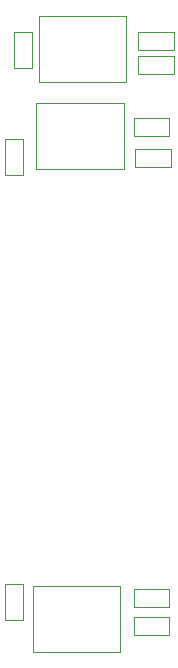
<source format=gbr>
%TF.GenerationSoftware,Altium Limited,Altium Designer,20.0.13 (296)*%
G04 Layer_Color=32768*
%FSLAX45Y45*%
%MOMM*%
%TF.FileFunction,Other,Mechanical_15*%
%TF.Part,Single*%
G01*
G75*
%TA.AperFunction,NonConductor*%
%ADD37C,0.05000*%
D37*
X15001402Y11429401D02*
Y11989399D01*
X14259402Y11429401D02*
Y11989399D01*
Y11429401D02*
X15001402D01*
X14259402Y11989399D02*
X15001402D01*
X15101701Y11848902D02*
X15403699D01*
Y11696898D02*
Y11848902D01*
X15101701Y11696898D02*
X15403699D01*
X15101701D02*
Y11848902D01*
Y11645702D02*
X15403699D01*
Y11493698D02*
Y11645702D01*
X15101701Y11493698D02*
X15403699D01*
X15101701D02*
Y11645702D01*
X14046397Y11545702D02*
Y11847698D01*
X14198402D01*
Y11545702D02*
Y11847698D01*
X14046397Y11545702D02*
X14198402D01*
X14122202Y6872102D02*
Y7174098D01*
X13970198Y6872102D02*
X14122202D01*
X13970198D02*
Y7174098D01*
X14122202D01*
X14950607Y6603401D02*
Y7163399D01*
X14208607Y6603401D02*
Y7163399D01*
Y6603401D02*
X14950607D01*
X14208607Y7163399D02*
X14950607D01*
X15063602Y7137202D02*
X15365598D01*
Y6985198D02*
Y7137202D01*
X15063602Y6985198D02*
X15365598D01*
X15063602D02*
Y7137202D01*
Y6895902D02*
X15365598D01*
Y6743898D02*
Y6895902D01*
X15063602Y6743898D02*
X15365598D01*
X15063602D02*
Y6895902D01*
X13970198Y10641203D02*
Y10943199D01*
X14122202D01*
Y10641203D02*
Y10943199D01*
X13970198Y10641203D02*
X14122202D01*
X15076302Y10858302D02*
X15378297D01*
Y10706298D02*
Y10858302D01*
X15076302Y10706298D02*
X15378297D01*
X15076302D02*
Y10858302D01*
X15063602Y11125002D02*
X15365598D01*
Y10972998D02*
Y11125002D01*
X15063602Y10972998D02*
X15365598D01*
X15063602D02*
Y11125002D01*
X14982201Y10692801D02*
Y11252799D01*
X14240199Y10692801D02*
Y11252799D01*
Y10692801D02*
X14982201D01*
X14240199Y11252799D02*
X14982201D01*
%TF.MD5,51d9e68038e9d27a602945ded4d00ac7*%
M02*

</source>
